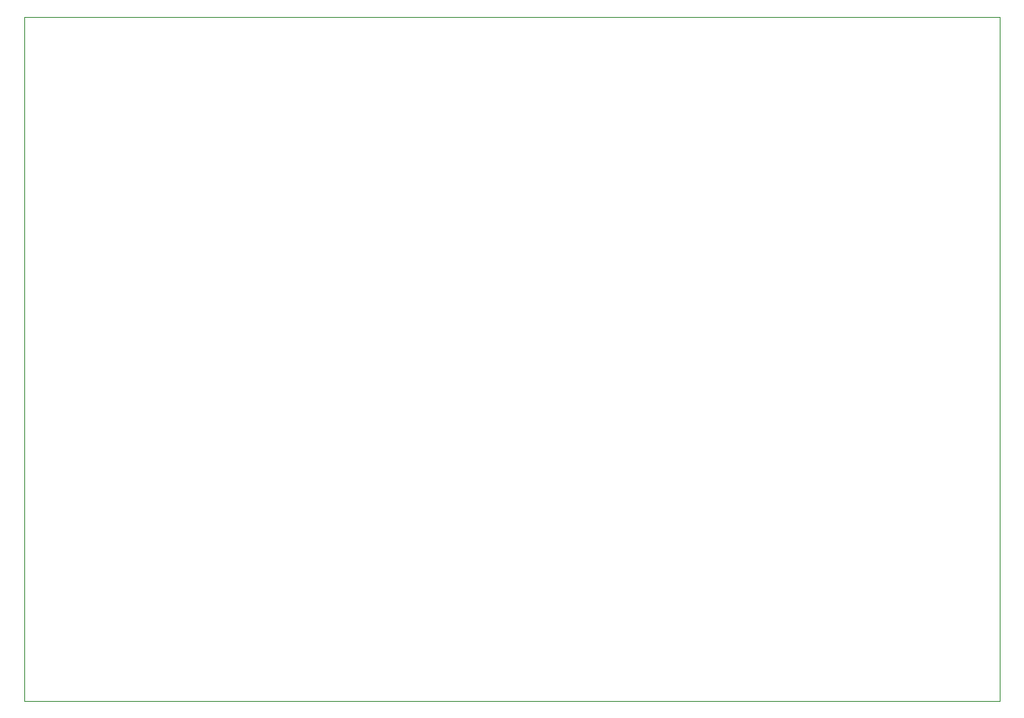
<source format=gbr>
%TF.GenerationSoftware,KiCad,Pcbnew,8.0.8*%
%TF.CreationDate,2025-11-20T00:17:19-08:00*%
%TF.ProjectId,PosturePad,506f7374-7572-4655-9061-642e6b696361,rev?*%
%TF.SameCoordinates,Original*%
%TF.FileFunction,Profile,NP*%
%FSLAX46Y46*%
G04 Gerber Fmt 4.6, Leading zero omitted, Abs format (unit mm)*
G04 Created by KiCad (PCBNEW 8.0.8) date 2025-11-20 00:17:19*
%MOMM*%
%LPD*%
G01*
G04 APERTURE LIST*
%TA.AperFunction,Profile*%
%ADD10C,0.050000*%
%TD*%
G04 APERTURE END LIST*
D10*
X102000000Y-61000000D02*
X204000000Y-61000000D01*
X204000000Y-132500000D01*
X102000000Y-132500000D01*
X102000000Y-61000000D01*
M02*

</source>
